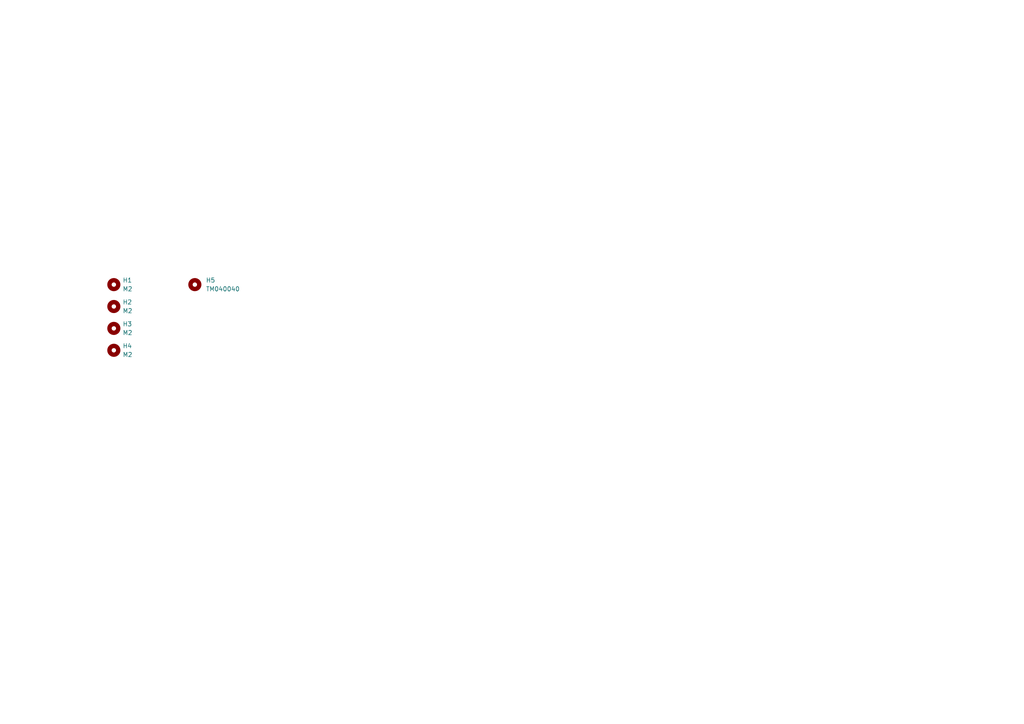
<source format=kicad_sch>
(kicad_sch (version 20250114) (generator "eeschema") (generator_version "9.0")
  (paper "A4")
  (lib_symbols
    (symbol "Mechanical:MountingHole" (pin_names (offset 1.016))
      (property "Reference" "H" (at 0 5.08 0))
      (property "Value" "MountingHole" (at 0 3.175 0))
      (symbol "MountingHole_0_1"
        (circle (center 0 0) (radius 1.27) (stroke (width 1.27)))
      )
    )
  )
  (symbol (lib_id "Mechanical:MountingHole") (at 33.02 95.25 0) (unit 1)
    (property "Reference" "H3" (at 35.56 93.98 0) (effects (justify left)))
    (property "Value" "M2" (at 35.56 96.52 0) (effects (justify left)))
    (property "Footprint" "MountingHole:MountingHole_2.2mm_M2" (effects (hide yes)))
  )
  (symbol (lib_id "Mechanical:MountingHole") (at 33.02 101.6 0) (unit 1)
    (property "Reference" "H4" (at 35.56 100.33 0) (effects (justify left)))
    (property "Value" "M2" (at 35.56 102.87 0) (effects (justify left)))
    (property "Footprint" "MountingHole:MountingHole_2.2mm_M2" (effects (hide yes)))
  )
  (symbol (lib_id "Mechanical:MountingHole") (at 33.02 82.55 0) (unit 1)
    (property "Reference" "H1" (at 35.56 81.28 0) (effects (justify left)))
    (property "Value" "M2" (at 35.56 83.82 0) (effects (justify left)))
    (property "Footprint" "MountingHole:MountingHole_2.2mm_M2" (effects (hide yes)))
  )
  (symbol (lib_id "Mechanical:MountingHole") (at 56.515 82.55 0) (unit 1)
    (property "Reference" "H5" (at 59.69 81.28 0) (effects (justify left)))
    (property "Value" "TM040040" (at 59.69 83.82 0) (effects (justify left)))
    (property "Footprint" "DreaM117er-keebLibrary:Trackpad_Cirque_TM040040" (effects (hide yes)))
  )
  (symbol (lib_id "Mechanical:MountingHole") (at 33.02 88.9 0) (unit 1)
    (property "Reference" "H2" (at 35.56 87.63 0) (effects (justify left)))
    (property "Value" "M2" (at 35.56 90.17 0) (effects (justify left)))
    (property "Footprint" "MountingHole:MountingHole_2.2mm_M2" (effects (hide yes)))
  )
)
</source>
